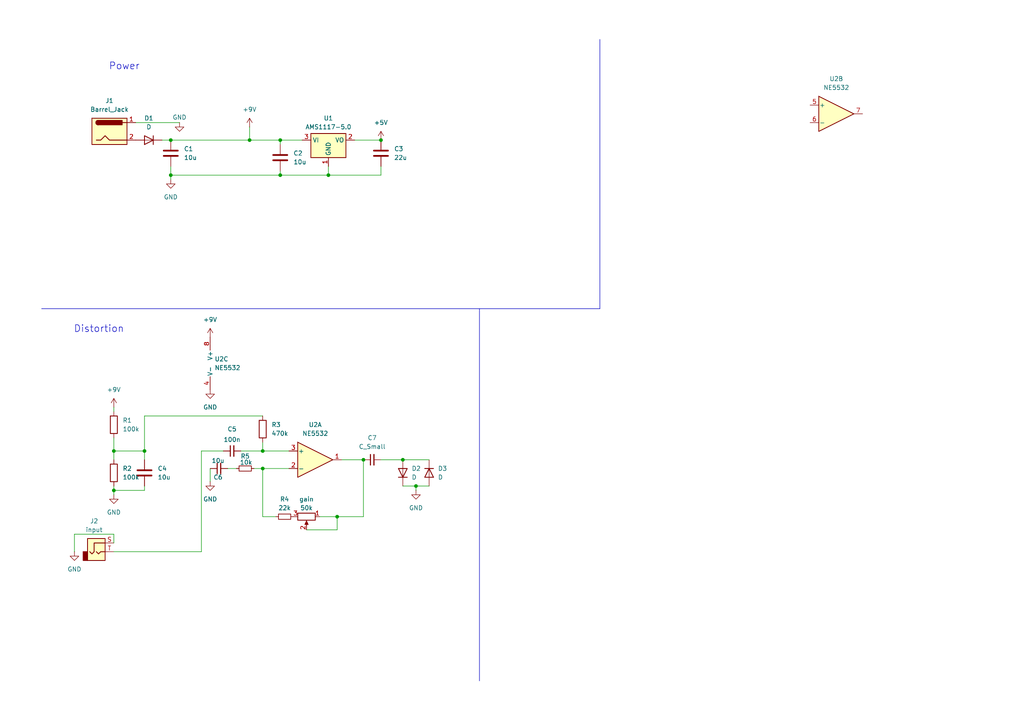
<source format=kicad_sch>
(kicad_sch (version 20231120) (generator "eeschema") (generator_version "8.0")
  (paper "A4")
  (lib_symbols
    (symbol "Amplifier_Operational:NE5532" (pin_names (offset 0.127))
      (property "Reference" "U" (at 0 5.08 0))
      (property "Value" "NE5532" (at 0 -5.08 0))
      (symbol "NE5532_1_1"
        (polyline (pts (xy -5.08 5.08) (xy 5.08 0) (xy -5.08 -5.08) (xy -5.08 5.08)) (stroke (width 0.254)) (fill (type background)))
        (pin output line (at 7.62 0 180) (length 2.54) (name "~") (number "1"))
        (pin input line (at -7.62 -2.54 0) (length 2.54) (name "-") (number "2"))
        (pin input line (at -7.62 2.54 0) (length 2.54) (name "+") (number "3"))
      )
      (symbol "NE5532_2_1"
        (polyline (pts (xy -5.08 5.08) (xy 5.08 0) (xy -5.08 -5.08) (xy -5.08 5.08)) (stroke (width 0.254)) (fill (type background)))
        (pin input line (at -7.62 2.54 0) (length 2.54) (name "+") (number "5"))
        (pin input line (at -7.62 -2.54 0) (length 2.54) (name "-") (number "6"))
        (pin output line (at 7.62 0 180) (length 2.54) (name "~") (number "7"))
      )
      (symbol "NE5532_3_1"
        (pin power_in line (at -2.54 -7.62 90) (length 3.81) (name "V-") (number "4"))
        (pin power_in line (at -2.54 7.62 270) (length 3.81) (name "V+") (number "8"))
      )
    )
    (symbol "Connector:Barrel_Jack" (pin_names (offset 1.016))
      (property "Reference" "J" (at 0 5.334 0))
      (property "Value" "Barrel_Jack" (at 0 -5.08 0))
      (symbol "Barrel_Jack_0_1"
        (rectangle (start -5.08 3.81) (end 5.08 -3.81) (stroke (width 0.254)) (fill (type background)))
        (arc (start -3.302 3.175) (mid -3.9343 2.54) (end -3.302 1.905) (stroke (width 0.254)))
        (arc (start -3.302 3.175) (mid -3.9343 2.54) (end -3.302 1.905) (stroke (width 0.254)) (fill (type outline)))
        (polyline (pts (xy 5.08 2.54) (xy 3.81 2.54)) (stroke (width 0.254)))
        (polyline (pts (xy -3.81 -2.54) (xy -2.54 -2.54) (xy -1.27 -1.27) (xy 0 -2.54) (xy 2.54 -2.54) (xy 5.08 -2.54)) (stroke (width 0.254)))
        (rectangle (start 3.683 3.175) (end -3.302 1.905) (stroke (width 0.254)) (fill (type outline)))
      )
      (symbol "Barrel_Jack_1_1"
        (pin passive line (at 7.62 2.54 180) (length 2.54) (name "~") (number "1"))
        (pin passive line (at 7.62 -2.54 180) (length 2.54) (name "~") (number "2"))
      )
    )
    (symbol "Connector_Audio:AudioJack2"
      (property "Reference" "J" (at 0 8.89 0))
      (property "Value" "AudioJack2" (at 0 6.35 0))
      (symbol "AudioJack2_0_1"
        (rectangle (start -3.81 0) (end -2.54 -2.54) (stroke (width 0.254)) (fill (type outline)))
        (rectangle (start -2.54 3.81) (end 2.54 -2.54) (stroke (width 0.254)) (fill (type background)))
        (polyline (pts (xy 0 0) (xy 0.635 -0.635) (xy 1.27 0) (xy 2.54 0)) (stroke (width 0.254)))
        (polyline (pts (xy 2.54 2.54) (xy -0.635 2.54) (xy -0.635 0) (xy -1.27 -0.635) (xy -1.905 0)) (stroke (width 0.254)))
      )
      (symbol "AudioJack2_1_1"
        (pin passive line (at 5.08 2.54 180) (length 2.54) (name "~") (number "S"))
        (pin passive line (at 5.08 0 180) (length 2.54) (name "~") (number "T"))
      )
    )
    (symbol "Device:C" (pin_numbers hide) (pin_names (offset 0.254))
      (property "Reference" "C" (at 0.635 2.54 0))
      (property "Value" "C" (at 0.635 -2.54 0))
      (symbol "C_0_1"
        (polyline (pts (xy -2.032 -0.762) (xy 2.032 -0.762)) (stroke (width 0.508)))
        (polyline (pts (xy -2.032 0.762) (xy 2.032 0.762)) (stroke (width 0.508)))
      )
      (symbol "C_1_1"
        (pin passive line (at 0 3.81 270) (length 2.794) (name "~") (number "1"))
        (pin passive line (at 0 -3.81 90) (length 2.794) (name "~") (number "2"))
      )
    )
    (symbol "Device:C_Small" (pin_numbers hide) (pin_names (offset 0.254) hide)
      (property "Reference" "C" (at 0.254 1.778 0))
      (property "Value" "C_Small" (at 0.254 -2.032 0))
      (symbol "C_Small_0_1"
        (polyline (pts (xy -1.524 -0.508) (xy 1.524 -0.508)) (stroke (width 0.3302)))
        (polyline (pts (xy -1.524 0.508) (xy 1.524 0.508)) (stroke (width 0.3048)))
      )
      (symbol "C_Small_1_1"
        (pin passive line (at 0 2.54 270) (length 2.032) (name "~") (number "1"))
        (pin passive line (at 0 -2.54 90) (length 2.032) (name "~") (number "2"))
      )
    )
    (symbol "Device:D" (pin_numbers hide) (pin_names (offset 1.016) hide)
      (property "Reference" "D" (at 0 2.54 0))
      (property "Value" "D" (at 0 -2.54 0))
      (symbol "D_0_1"
        (polyline (pts (xy -1.27 1.27) (xy -1.27 -1.27)) (stroke (width 0.254)))
        (polyline (pts (xy 1.27 0) (xy -1.27 0)))
        (polyline (pts (xy 1.27 1.27) (xy 1.27 -1.27) (xy -1.27 0) (xy 1.27 1.27)) (stroke (width 0.254)))
      )
      (symbol "D_1_1"
        (pin passive line (at -3.81 0 0) (length 2.54) (name "K") (number "1"))
        (pin passive line (at 3.81 0 180) (length 2.54) (name "A") (number "2"))
      )
    )
    (symbol "Device:R" (pin_numbers hide) (pin_names (offset 0))
      (property "Reference" "R" (at 2.032 0 90))
      (property "Value" "R" (at 0 0 90))
      (symbol "R_0_1"
        (rectangle (start -1.016 -2.54) (end 1.016 2.54) (stroke (width 0.254)))
      )
      (symbol "R_1_1"
        (pin passive line (at 0 3.81 270) (length 1.27) (name "~") (number "1"))
        (pin passive line (at 0 -3.81 90) (length 1.27) (name "~") (number "2"))
      )
    )
    (symbol "Device:R_Potentiometer" (pin_names (offset 1.016) hide)
      (property "Reference" "RV" (at -4.445 0 90))
      (property "Value" "R_Potentiometer" (at -2.54 0 90))
      (symbol "R_Potentiometer_0_1"
        (polyline (pts (xy 2.54 0) (xy 1.524 0)))
        (polyline (pts (xy 1.143 0) (xy 2.286 0.508) (xy 2.286 -0.508) (xy 1.143 0)) (fill (type outline)))
        (rectangle (start 1.016 2.54) (end -1.016 -2.54) (stroke (width 0.254)))
      )
      (symbol "R_Potentiometer_1_1"
        (pin passive line (at 0 3.81 270) (length 1.27) (name "1") (number "1"))
        (pin passive line (at 3.81 0 180) (length 1.27) (name "2") (number "2"))
        (pin passive line (at 0 -3.81 90) (length 1.27) (name "3") (number "3"))
      )
    )
    (symbol "Device:R_Small" (pin_numbers hide) (pin_names (offset 0.254) hide)
      (property "Reference" "R" (at 0.762 0.508 0))
      (property "Value" "R_Small" (at 0.762 -1.016 0))
      (symbol "R_Small_0_1"
        (rectangle (start -0.762 1.778) (end 0.762 -1.778) (stroke (width 0.2032)))
      )
      (symbol "R_Small_1_1"
        (pin passive line (at 0 2.54 270) (length 0.762) (name "~") (number "1"))
        (pin passive line (at 0 -2.54 90) (length 0.762) (name "~") (number "2"))
      )
    )
    (symbol "Regulator_Linear:AMS1117-5.0"
      (property "Reference" "U" (at -3.81 3.175 0))
      (property "Value" "AMS1117-5.0" (at 0 3.175 0))
      (symbol "AMS1117-5.0_0_1"
        (rectangle (start -5.08 -5.08) (end 5.08 1.905) (stroke (width 0.254)) (fill (type background)))
      )
      (symbol "AMS1117-5.0_1_1"
        (pin power_in line (at 0 -7.62 90) (length 2.54) (name "GND") (number "1"))
        (pin power_out line (at 7.62 0 180) (length 2.54) (name "VO") (number "2"))
        (pin power_in line (at -7.62 0 0) (length 2.54) (name "VI") (number "3"))
      )
    )
    (symbol "power:+5V" (power) (pin_numbers hide) (pin_names (offset 0) hide)
      (property "Value" "+5V" (at 0 3.556 0))
      (symbol "+5V_0_1"
        (polyline (pts (xy -0.762 1.27) (xy 0 2.54)))
        (polyline (pts (xy 0 0) (xy 0 2.54)))
        (polyline (pts (xy 0 2.54) (xy 0.762 1.27)))
      )
      (symbol "+5V_1_1"
        (pin power_in line (at 0 0 90) (length 0) (name "~") (number "1"))
      )
    )
    (symbol "power:+9V" (power) (pin_numbers hide) (pin_names (offset 0) hide)
      (property "Value" "+9V" (at 0 3.556 0))
      (symbol "+9V_0_1"
        (polyline (pts (xy -0.762 1.27) (xy 0 2.54)))
        (polyline (pts (xy 0 0) (xy 0 2.54)))
        (polyline (pts (xy 0 2.54) (xy 0.762 1.27)))
      )
      (symbol "+9V_1_1"
        (pin power_in line (at 0 0 90) (length 0) (name "~") (number "1"))
      )
    )
    (symbol "power:GND" (power) (pin_numbers hide) (pin_names (offset 0) hide)
      (property "Value" "GND" (at 0 -3.81 0))
      (symbol "GND_0_1"
        (polyline (pts (xy 0 0) (xy 0 -1.27) (xy 1.27 -1.27) (xy 0 -2.54) (xy -1.27 -1.27) (xy 0 -1.27)))
      )
      (symbol "GND_1_1"
        (pin power_in line (at 0 0 270) (length 0) (name "~") (number "1"))
      )
    )
  )
  (junction (at 41.91 130.81))
  (junction (at 81.28 50.8))
  (junction (at 49.53 50.8))
  (junction (at 81.28 40.64))
  (junction (at 49.53 40.64))
  (junction (at 33.02 142.24))
  (junction (at 33.02 130.81))
  (junction (at 76.2 135.89))
  (junction (at 116.84 133.35))
  (junction (at 72.39 40.64))
  (junction (at 76.2 130.81))
  (junction (at 95.25 50.8))
  (junction (at 105.41 133.35))
  (junction (at 110.49 40.64))
  (junction (at 120.65 140.97))
  (junction (at 97.79 149.86))
  (wire (pts (xy 76.2 135.89) (xy 76.2 149.86)))
  (wire (pts (xy 120.65 140.97) (xy 124.46 140.97)))
  (wire (pts (xy 95.25 50.8) (xy 81.28 50.8)))
  (wire (pts (xy 110.49 133.35) (xy 116.84 133.35)))
  (wire (pts (xy 49.53 50.8) (xy 49.53 48.26)))
  (wire (pts (xy 72.39 36.83) (xy 72.39 40.64)))
  (wire (pts (xy 97.79 149.86) (xy 97.79 153.67)))
  (polyline (pts (xy 173.99 11.43) (xy 173.99 89.535)))
  (wire (pts (xy 73.66 135.89) (xy 76.2 135.89)))
  (wire (pts (xy 33.02 157.48) (xy 33.02 154.94)))
  (polyline (pts (xy 12.065 89.535) (xy 139.065 89.535)))
  (wire (pts (xy 33.02 118.11) (xy 33.02 119.38)))
  (wire (pts (xy 41.91 133.35) (xy 41.91 130.81)))
  (wire (pts (xy 76.2 130.81) (xy 83.82 130.81)))
  (wire (pts (xy 46.99 40.64) (xy 49.53 40.64)))
  (wire (pts (xy 41.91 140.97) (xy 41.91 142.24)))
  (wire (pts (xy 21.59 154.94) (xy 21.59 160.02)))
  (wire (pts (xy 76.2 135.89) (xy 83.82 135.89)))
  (wire (pts (xy 116.84 140.97) (xy 120.65 140.97)))
  (wire (pts (xy 72.39 40.64) (xy 81.28 40.64)))
  (polyline (pts (xy 139.065 89.535) (xy 173.99 89.535)))
  (wire (pts (xy 33.02 160.02) (xy 58.42 160.02)))
  (wire (pts (xy 97.79 149.86) (xy 105.41 149.86)))
  (wire (pts (xy 76.2 128.27) (xy 76.2 130.81)))
  (wire (pts (xy 88.9 153.67) (xy 97.79 153.67)))
  (wire (pts (xy 33.02 142.24) (xy 33.02 140.97)))
  (wire (pts (xy 60.96 135.89) (xy 60.96 139.7)))
  (wire (pts (xy 81.28 40.64) (xy 81.28 41.91)))
  (wire (pts (xy 58.42 130.81) (xy 64.77 130.81)))
  (wire (pts (xy 95.25 48.26) (xy 95.25 50.8)))
  (polyline (pts (xy 139.065 89.535) (xy 139.065 197.485)))
  (wire (pts (xy 69.85 130.81) (xy 76.2 130.81)))
  (wire (pts (xy 41.91 120.65) (xy 76.2 120.65)))
  (wire (pts (xy 39.37 35.56) (xy 52.07 35.56)))
  (wire (pts (xy 66.04 135.89) (xy 68.58 135.89)))
  (wire (pts (xy 110.49 48.26) (xy 110.49 50.8)))
  (wire (pts (xy 33.02 127) (xy 33.02 130.81)))
  (wire (pts (xy 33.02 130.81) (xy 33.02 133.35)))
  (wire (pts (xy 80.01 149.86) (xy 76.2 149.86)))
  (wire (pts (xy 81.28 40.64) (xy 87.63 40.64)))
  (wire (pts (xy 102.87 40.64) (xy 110.49 40.64)))
  (wire (pts (xy 92.71 149.86) (xy 97.79 149.86)))
  (wire (pts (xy 81.28 50.8) (xy 49.53 50.8)))
  (wire (pts (xy 105.41 149.86) (xy 105.41 133.35)))
  (wire (pts (xy 49.53 40.64) (xy 72.39 40.64)))
  (wire (pts (xy 81.28 49.53) (xy 81.28 50.8)))
  (wire (pts (xy 33.02 130.81) (xy 41.91 130.81)))
  (wire (pts (xy 105.41 133.35) (xy 99.06 133.35)))
  (wire (pts (xy 21.59 154.94) (xy 33.02 154.94)))
  (wire (pts (xy 33.02 143.51) (xy 33.02 142.24)))
  (wire (pts (xy 116.84 133.35) (xy 124.46 133.35)))
  (wire (pts (xy 58.42 160.02) (xy 58.42 130.81)))
  (wire (pts (xy 33.02 142.24) (xy 41.91 142.24)))
  (wire (pts (xy 41.91 120.65) (xy 41.91 130.81)))
  (wire (pts (xy 49.53 52.07) (xy 49.53 50.8)))
  (wire (pts (xy 110.49 50.8) (xy 95.25 50.8)))
  (wire (pts (xy 120.65 142.24) (xy 120.65 140.97)))
  (text "Distortion\n" (at 28.702 95.504 0) (effects (font (size 2 2))))
  (text "Power" (at 36.068 19.304 0) (effects (font (size 2 2))))
  (symbol (lib_id "Device:D") (at 43.18 40.64 180) (unit 1)
    (property "Reference" "D1" (at 43.18 34.29 0))
    (property "Value" "D" (at 43.18 36.83 0))
    (property "Description" "Diode" (effects (hide yes)))
    (property "Sim.Device" "D" (effects (hide yes)))
    (property "Sim.Pins" "1=K 2=A" (effects (hide yes)))
  )
  (symbol (lib_id "Device:C") (at 81.28 45.72 0) (unit 1)
    (property "Reference" "C2" (at 85.09 44.4499 0) (effects (justify left)))
    (property "Value" "10u" (at 85.09 46.9899 0) (effects (justify left)))
    (property "Description" "Unpolarized capacitor" (effects (hide yes)))
  )
  (symbol (lib_id "Device:R_Potentiometer") (at 88.9 149.86 270) (unit 1)
    (property "Reference" "gain" (at 88.9 144.78 90))
    (property "Value" "50k" (at 88.9 147.32 90))
    (property "Description" "Potentiometer" (effects (hide yes)))
  )
  (symbol (lib_id "power:GND") (at 52.07 35.56 0) (unit 1)
    (property "Reference" "#PWR01" (effects (hide yes)))
    (property "Value" "GND" (at 52.07 34.036 0))
    (property "Description" "Power symbol creates a global label with name \"GND\" , ground" (effects (hide yes)))
  )
  (symbol (lib_id "Device:C") (at 110.49 44.45 0) (unit 1)
    (property "Reference" "C3" (at 114.3 43.1799 0) (effects (justify left)))
    (property "Value" "22u" (at 114.3 45.7199 0) (effects (justify left)))
    (property "Description" "Unpolarized capacitor" (effects (hide yes)))
  )
  (symbol (lib_id "power:GND") (at 49.53 52.07 0) (unit 1)
    (property "Reference" "#PWR02" (effects (hide yes)))
    (property "Value" "GND" (at 49.53 57.15 0))
    (property "Description" "Power symbol creates a global label with name \"GND\" , ground" (effects (hide yes)))
  )
  (symbol (lib_id "Device:R") (at 76.2 124.46 180) (unit 1)
    (property "Reference" "R3" (at 78.74 123.1899 0) (effects (justify right)))
    (property "Value" "470k" (at 78.74 125.7299 0) (effects (justify right)))
    (property "Description" "Resistor" (effects (hide yes)))
  )
  (symbol (lib_id "Regulator_Linear:AMS1117-5.0") (at 95.25 40.64 0) (unit 1)
    (property "Reference" "U1" (at 95.25 34.29 0))
    (property "Value" "AMS1117-5.0" (at 95.25 36.83 0))
    (property "Footprint" "Package_TO_SOT_SMD:SOT-223-3_TabPin2" (effects (hide yes)))
    (property "Datasheet" "http://www.advanced-monolithic.com/pdf/ds1117.pdf" (effects (hide yes)))
    (property "Description" "1A Low Dropout regulator, positive, 5.0V fixed output, SOT-223" (effects (hide yes)))
  )
  (symbol (lib_id "Device:R") (at 33.02 137.16 0) (unit 1)
    (property "Reference" "R2" (at 35.56 135.8899 0) (effects (justify left)))
    (property "Value" "100k" (at 35.56 138.4299 0) (effects (justify left)))
    (property "Description" "Resistor" (effects (hide yes)))
  )
  (symbol (lib_id "Device:C") (at 41.91 137.16 0) (unit 1)
    (property "Reference" "C4" (at 45.72 135.8899 0) (effects (justify left)))
    (property "Value" "10u" (at 45.72 138.4299 0) (effects (justify left)))
    (property "Description" "Unpolarized capacitor" (effects (hide yes)))
  )
  (symbol (lib_id "Connector_Audio:AudioJack2") (at 27.94 160.02 0) (unit 1)
    (property "Reference" "J2" (at 27.305 151.13 0))
    (property "Value" "input" (at 27.305 153.67 0))
    (property "Description" "Audio Jack, 2 Poles (Mono / TS)" (effects (hide yes)))
  )
  (symbol (lib_id "power:GND") (at 60.96 113.03 0) (unit 1)
    (property "Reference" "#PWR08" (effects (hide yes)))
    (property "Value" "GND" (at 60.96 118.11 0))
    (property "Description" "Power symbol creates a global label with name \"GND\" , ground" (effects (hide yes)))
  )
  (symbol (lib_id "Device:R_Small") (at 82.55 149.86 90) (unit 1)
    (property "Reference" "R4" (at 82.55 144.78 90))
    (property "Value" "22k" (at 82.55 147.32 90))
    (property "Description" "Resistor, small symbol" (effects (hide yes)))
  )
  (symbol (lib_id "Device:C_Small") (at 63.5 135.89 90) (unit 1)
    (property "Reference" "C6" (at 63.246 138.43 90))
    (property "Value" "10u" (at 63.246 133.604 90))
    (property "Description" "Unpolarized capacitor, small symbol" (effects (hide yes)))
  )
  (symbol (lib_id "Amplifier_Operational:NE5532") (at 63.5 105.41 0) (unit 3)
    (property "Reference" "U2" (at 62.23 104.1399 0) (effects (justify left)))
    (property "Value" "NE5532" (at 62.23 106.6799 0) (effects (justify left)))
    (property "Datasheet" "http://www.ti.com/lit/ds/symlink/ne5532.pdf" (effects (hide yes)))
    (property "Description" "Dual Low-Noise Operational Amplifiers, DIP-8/SOIC-8" (effects (hide yes)))
  )
  (symbol (lib_id "Amplifier_Operational:NE5532") (at 242.57 33.02 0) (unit 2)
    (property "Reference" "U2" (at 242.57 22.86 0))
    (property "Value" "NE5532" (at 242.57 25.4 0))
    (property "Datasheet" "http://www.ti.com/lit/ds/symlink/ne5532.pdf" (effects (hide yes)))
    (property "Description" "Dual Low-Noise Operational Amplifiers, DIP-8/SOIC-8" (effects (hide yes)))
  )
  (symbol (lib_id "Device:C") (at 49.53 44.45 0) (unit 1)
    (property "Reference" "C1" (at 53.34 43.1799 0) (effects (justify left)))
    (property "Value" "10u" (at 53.34 45.7199 0) (effects (justify left)))
    (property "Description" "Unpolarized capacitor" (effects (hide yes)))
  )
  (symbol (lib_id "Connector:Barrel_Jack") (at 31.75 38.1 0) (unit 1)
    (property "Reference" "J1" (at 31.75 29.21 0))
    (property "Value" "Barrel_Jack" (at 31.75 31.75 0))
    (property "Description" "DC Barrel Jack" (effects (hide yes)))
  )
  (symbol (lib_id "Device:R_Small") (at 71.12 135.89 90) (unit 1)
    (property "Reference" "R5" (at 71.12 132.334 90))
    (property "Value" "10k" (at 71.374 134.112 90))
    (property "Description" "Resistor, small symbol" (effects (hide yes)))
  )
  (symbol (lib_id "Device:C_Small") (at 67.31 130.81 90) (unit 1)
    (property "Reference" "C5" (at 67.3163 124.46 90))
    (property "Value" "100n" (at 67.31 127.508 90))
    (property "Description" "Unpolarized capacitor, small symbol" (effects (hide yes)))
  )
  (symbol (lib_id "power:+9V") (at 33.02 118.11 0) (unit 1)
    (property "Reference" "#PWR05" (effects (hide yes)))
    (property "Value" "+9V" (at 33.02 113.03 0))
    (property "Description" "Power symbol creates a global label with name \"+9V\"" (effects (hide yes)))
  )
  (symbol (lib_id "Amplifier_Operational:NE5532") (at 91.44 133.35 0) (unit 1)
    (property "Reference" "U2" (at 91.44 123.19 0))
    (property "Value" "NE5532" (at 91.44 125.73 0))
    (property "Datasheet" "http://www.ti.com/lit/ds/symlink/ne5532.pdf" (effects (hide yes)))
    (property "Description" "Dual Low-Noise Operational Amplifiers, DIP-8/SOIC-8" (effects (hide yes)))
  )
  (symbol (lib_id "power:+5V") (at 110.49 40.64 0) (unit 1)
    (property "Reference" "#PWR06" (effects (hide yes)))
    (property "Value" "+5V" (at 110.49 35.56 0))
    (property "Description" "Power symbol creates a global label with name \"+5V\"" (effects (hide yes)))
  )
  (symbol (lib_id "power:GND") (at 60.96 139.7 0) (unit 1)
    (property "Reference" "#PWR010" (effects (hide yes)))
    (property "Value" "GND" (at 60.96 144.78 0))
    (property "Description" "Power symbol creates a global label with name \"GND\" , ground" (effects (hide yes)))
  )
  (symbol (lib_id "Device:D") (at 124.46 137.16 270) (unit 1)
    (property "Reference" "D3" (at 127 135.8899 90) (effects (justify left)))
    (property "Value" "D" (at 127 138.4299 90) (effects (justify left)))
    (property "Description" "Diode" (effects (hide yes)))
    (property "Sim.Device" "D" (effects (hide yes)))
    (property "Sim.Pins" "1=K 2=A" (effects (hide yes)))
  )
  (symbol (lib_id "Device:C_Small") (at 107.95 133.35 90) (unit 1)
    (property "Reference" "C7" (at 107.9563 127 90))
    (property "Value" "C_Small" (at 107.9563 129.54 90))
    (property "Description" "Unpolarized capacitor, small symbol" (effects (hide yes)))
  )
  (symbol (lib_id "power:+9V") (at 72.39 36.83 0) (unit 1)
    (property "Reference" "#PWR03" (effects (hide yes)))
    (property "Value" "+9V" (at 72.39 31.75 0))
    (property "Description" "Power symbol creates a global label with name \"+9V\"" (effects (hide yes)))
  )
  (symbol (lib_id "Device:R") (at 33.02 123.19 0) (unit 1)
    (property "Reference" "R1" (at 35.56 121.9199 0) (effects (justify left)))
    (property "Value" "100k" (at 35.56 124.4599 0) (effects (justify left)))
    (property "Description" "Resistor" (effects (hide yes)))
  )
  (symbol (lib_id "power:GND") (at 120.65 142.24 0) (unit 1)
    (property "Reference" "#PWR011" (effects (hide yes)))
    (property "Value" "GND" (at 120.65 147.32 0))
    (property "Description" "Power symbol creates a global label with name \"GND\" , ground" (effects (hide yes)))
  )
  (symbol (lib_id "power:+9V") (at 60.96 97.79 0) (unit 1)
    (property "Reference" "#PWR07" (effects (hide yes)))
    (property "Value" "+9V" (at 60.96 92.71 0))
    (property "Description" "Power symbol creates a global label with name \"+9V\"" (effects (hide yes)))
  )
  (symbol (lib_id "power:GND") (at 21.59 160.02 0) (unit 1)
    (property "Reference" "#PWR09" (effects (hide yes)))
    (property "Value" "GND" (at 21.59 165.1 0))
    (property "Description" "Power symbol creates a global label with name \"GND\" , ground" (effects (hide yes)))
  )
  (symbol (lib_id "Device:D") (at 116.84 137.16 90) (unit 1)
    (property "Reference" "D2" (at 119.38 135.8899 90) (effects (justify right)))
    (property "Value" "D" (at 119.38 138.4299 90) (effects (justify right)))
    (property "Description" "Diode" (effects (hide yes)))
    (property "Sim.Device" "D" (effects (hide yes)))
    (property "Sim.Pins" "1=K 2=A" (effects (hide yes)))
  )
  (symbol (lib_id "power:GND") (at 33.02 143.51 0) (unit 1)
    (property "Reference" "#PWR04" (effects (hide yes)))
    (property "Value" "GND" (at 33.02 148.59 0))
    (property "Description" "Power symbol creates a global label with name \"GND\" , ground" (effects (hide yes)))
  )
)
</source>
